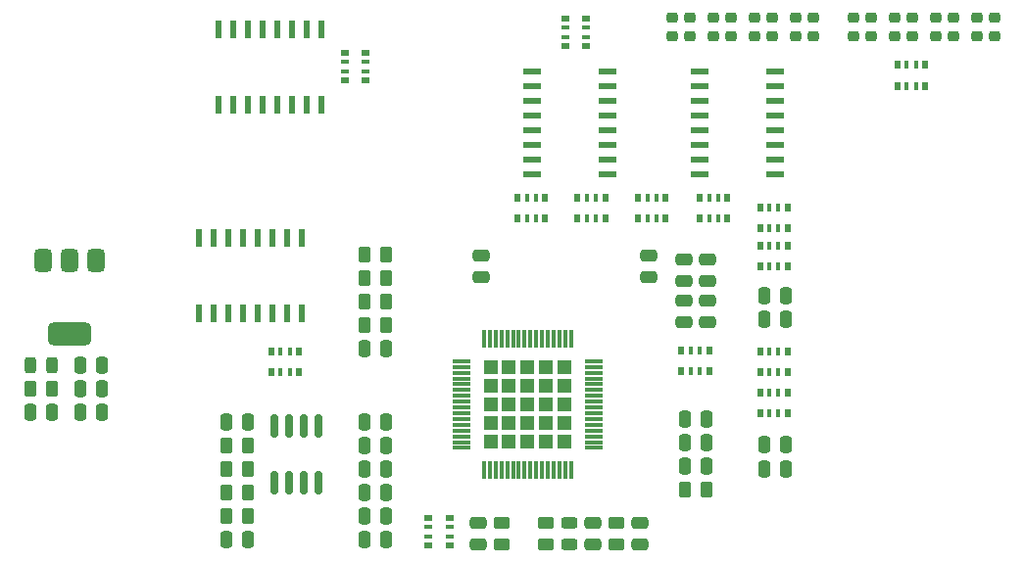
<source format=gbr>
%TF.GenerationSoftware,KiCad,Pcbnew,8.0.5*%
%TF.CreationDate,2024-10-29T23:36:48+01:00*%
%TF.ProjectId,8In-8Out-LAN9252-only,38496e2d-384f-4757-942d-4c414e393235,rev?*%
%TF.SameCoordinates,Original*%
%TF.FileFunction,Paste,Top*%
%TF.FilePolarity,Positive*%
%FSLAX46Y46*%
G04 Gerber Fmt 4.6, Leading zero omitted, Abs format (unit mm)*
G04 Created by KiCad (PCBNEW 8.0.5) date 2024-10-29 23:36:48*
%MOMM*%
%LPD*%
G01*
G04 APERTURE LIST*
G04 Aperture macros list*
%AMRoundRect*
0 Rectangle with rounded corners*
0 $1 Rounding radius*
0 $2 $3 $4 $5 $6 $7 $8 $9 X,Y pos of 4 corners*
0 Add a 4 corners polygon primitive as box body*
4,1,4,$2,$3,$4,$5,$6,$7,$8,$9,$2,$3,0*
0 Add four circle primitives for the rounded corners*
1,1,$1+$1,$2,$3*
1,1,$1+$1,$4,$5*
1,1,$1+$1,$6,$7*
1,1,$1+$1,$8,$9*
0 Add four rect primitives between the rounded corners*
20,1,$1+$1,$2,$3,$4,$5,0*
20,1,$1+$1,$4,$5,$6,$7,0*
20,1,$1+$1,$6,$7,$8,$9,0*
20,1,$1+$1,$8,$9,$2,$3,0*%
G04 Aperture macros list end*
%ADD10RoundRect,0.137500X0.137500X-0.662500X0.137500X0.662500X-0.137500X0.662500X-0.137500X-0.662500X0*%
%ADD11RoundRect,0.218750X-0.256250X0.218750X-0.256250X-0.218750X0.256250X-0.218750X0.256250X0.218750X0*%
%ADD12RoundRect,0.218750X0.256250X-0.218750X0.256250X0.218750X-0.256250X0.218750X-0.256250X-0.218750X0*%
%ADD13RoundRect,0.150000X-0.150000X0.825000X-0.150000X-0.825000X0.150000X-0.825000X0.150000X0.825000X0*%
%ADD14RoundRect,0.250000X-0.262500X-0.450000X0.262500X-0.450000X0.262500X0.450000X-0.262500X0.450000X0*%
%ADD15RoundRect,0.137500X-0.662500X-0.137500X0.662500X-0.137500X0.662500X0.137500X-0.662500X0.137500X0*%
%ADD16RoundRect,0.250000X-0.450000X0.262500X-0.450000X-0.262500X0.450000X-0.262500X0.450000X0.262500X0*%
%ADD17RoundRect,0.250000X-0.475000X0.250000X-0.475000X-0.250000X0.475000X-0.250000X0.475000X0.250000X0*%
%ADD18RoundRect,0.250000X0.475000X-0.250000X0.475000X0.250000X-0.475000X0.250000X-0.475000X-0.250000X0*%
%ADD19R,1.500000X0.300000*%
%ADD20R,0.300000X1.500000*%
%ADD21R,1.240000X1.240000*%
%ADD22RoundRect,0.243750X-0.456250X0.243750X-0.456250X-0.243750X0.456250X-0.243750X0.456250X0.243750X0*%
%ADD23RoundRect,0.250000X0.250000X0.475000X-0.250000X0.475000X-0.250000X-0.475000X0.250000X-0.475000X0*%
%ADD24R,0.500000X0.800000*%
%ADD25R,0.400000X0.800000*%
%ADD26RoundRect,0.250000X-0.250000X-0.475000X0.250000X-0.475000X0.250000X0.475000X-0.250000X0.475000X0*%
%ADD27R,0.800000X0.500000*%
%ADD28R,0.800000X0.400000*%
%ADD29RoundRect,0.250000X0.262500X0.450000X-0.262500X0.450000X-0.262500X-0.450000X0.262500X-0.450000X0*%
%ADD30RoundRect,0.375000X-0.375000X0.625000X-0.375000X-0.625000X0.375000X-0.625000X0.375000X0.625000X0*%
%ADD31RoundRect,0.500000X-1.400000X0.500000X-1.400000X-0.500000X1.400000X-0.500000X1.400000X0.500000X0*%
%ADD32RoundRect,0.243750X-0.243750X-0.456250X0.243750X-0.456250X0.243750X0.456250X-0.243750X0.456250X0*%
%ADD33RoundRect,0.250000X0.450000X-0.262500X0.450000X0.262500X-0.450000X0.262500X-0.450000X-0.262500X0*%
G04 APERTURE END LIST*
D10*
%TO.C,U5*%
X160020000Y-91544000D03*
X161290000Y-91544000D03*
X162560000Y-91544000D03*
X163830000Y-91544000D03*
X165100000Y-91544000D03*
X166370000Y-91544000D03*
X167640000Y-91544000D03*
X168910000Y-91544000D03*
X168910000Y-98044000D03*
X167640000Y-98044000D03*
X166370000Y-98044000D03*
X165100000Y-98044000D03*
X163830000Y-98044000D03*
X162560000Y-98044000D03*
X161290000Y-98044000D03*
X160020000Y-98044000D03*
%TD*%
D11*
%TO.C,D15*%
X202439400Y-72491500D03*
X202439400Y-74066500D03*
%TD*%
D12*
%TO.C,D4*%
X223647000Y-74066500D03*
X223647000Y-72491500D03*
%TD*%
D13*
%TO.C,U6*%
X170307000Y-107761000D03*
X169037000Y-107761000D03*
X167767000Y-107761000D03*
X166497000Y-107761000D03*
X166497000Y-112711000D03*
X167767000Y-112711000D03*
X169037000Y-112711000D03*
X170307000Y-112711000D03*
%TD*%
D14*
%TO.C,R13*%
X145457500Y-104520300D03*
X147282500Y-104520300D03*
%TD*%
%TO.C,R11*%
X162409500Y-113538000D03*
X164234500Y-113538000D03*
%TD*%
D15*
%TO.C,U2*%
X188774000Y-77089000D03*
X188774000Y-78359000D03*
X188774000Y-79629000D03*
X188774000Y-80899000D03*
X188774000Y-82169000D03*
X188774000Y-83439000D03*
X188774000Y-84709000D03*
X188774000Y-85979000D03*
X195274000Y-85979000D03*
X195274000Y-84709000D03*
X195274000Y-83439000D03*
X195274000Y-82169000D03*
X195274000Y-80899000D03*
X195274000Y-79629000D03*
X195274000Y-78359000D03*
X195274000Y-77089000D03*
%TD*%
D16*
%TO.C,R7*%
X196088000Y-116181500D03*
X196088000Y-118006500D03*
%TD*%
D17*
%TO.C,C13*%
X198882000Y-93030000D03*
X198882000Y-94930000D03*
%TD*%
D12*
%TO.C,D14*%
X204471400Y-74066500D03*
X204471400Y-72491500D03*
%TD*%
D11*
%TO.C,D9*%
X213107400Y-72491500D03*
X213107400Y-74066500D03*
%TD*%
D18*
%TO.C,B3*%
X201930000Y-98806000D03*
X201930000Y-96906000D03*
%TD*%
D19*
%TO.C,U3*%
X194092000Y-102168000D03*
X194092000Y-102668000D03*
X194092000Y-103168000D03*
X194092000Y-103668000D03*
X194092000Y-104168000D03*
X194092000Y-104668000D03*
X194092000Y-105168000D03*
X194092000Y-105668000D03*
X194092000Y-106168000D03*
X194092000Y-106668000D03*
X194092000Y-107168000D03*
X194092000Y-107668000D03*
X194092000Y-108168000D03*
X194092000Y-108668000D03*
X194092000Y-109168000D03*
X194092000Y-109668000D03*
D20*
X192142000Y-111618000D03*
X191642000Y-111618000D03*
X191142000Y-111618000D03*
X190642000Y-111618000D03*
X190142000Y-111618000D03*
X189642000Y-111618000D03*
X189142000Y-111618000D03*
X188642000Y-111618000D03*
X188142000Y-111618000D03*
X187642000Y-111618000D03*
X187142000Y-111618000D03*
X186642000Y-111618000D03*
X186142000Y-111618000D03*
X185642000Y-111618000D03*
X185142000Y-111618000D03*
X184642000Y-111618000D03*
D19*
X182692000Y-109668000D03*
X182692000Y-109168000D03*
X182692000Y-108668000D03*
X182692000Y-108168000D03*
X182692000Y-107668000D03*
X182692000Y-107168000D03*
X182692000Y-106668000D03*
X182692000Y-106168000D03*
X182692000Y-105668000D03*
X182692000Y-105168000D03*
X182692000Y-104668000D03*
X182692000Y-104168000D03*
X182692000Y-103668000D03*
X182692000Y-103168000D03*
X182692000Y-102668000D03*
X182692000Y-102168000D03*
D20*
X184642000Y-100218000D03*
X185142000Y-100218000D03*
X185642000Y-100218000D03*
X186142000Y-100218000D03*
X186642000Y-100218000D03*
X187142000Y-100218000D03*
X187642000Y-100218000D03*
X188142000Y-100218000D03*
X188642000Y-100218000D03*
X189142000Y-100218000D03*
X189642000Y-100218000D03*
X190142000Y-100218000D03*
X190642000Y-100218000D03*
X191142000Y-100218000D03*
X191642000Y-100218000D03*
X192142000Y-100218000D03*
D21*
X185192000Y-109118000D03*
X186792000Y-109118000D03*
X188392000Y-109118000D03*
X189992000Y-109118000D03*
X191592000Y-109118000D03*
X185192000Y-107518000D03*
X186792000Y-107518000D03*
X188392000Y-107518000D03*
X189992000Y-107518000D03*
X191592000Y-107518000D03*
X185192000Y-105918000D03*
X186792000Y-105918000D03*
X188392000Y-105918000D03*
X189992000Y-105918000D03*
X191592000Y-105918000D03*
X185192000Y-104318000D03*
X186792000Y-104318000D03*
X188392000Y-104318000D03*
X189992000Y-104318000D03*
X191592000Y-104318000D03*
X185192000Y-102718000D03*
X186792000Y-102718000D03*
X188392000Y-102718000D03*
X189992000Y-102718000D03*
X191592000Y-102718000D03*
%TD*%
D14*
%TO.C,R9*%
X162409500Y-109474000D03*
X164234500Y-109474000D03*
%TD*%
D22*
%TO.C,D16*%
X192024000Y-116156500D03*
X192024000Y-118031500D03*
%TD*%
D23*
%TO.C,C6*%
X176210000Y-111506000D03*
X174310000Y-111506000D03*
%TD*%
D14*
%TO.C,R1*%
X174347500Y-99060000D03*
X176172500Y-99060000D03*
%TD*%
D23*
%TO.C,C3*%
X176210000Y-117602000D03*
X174310000Y-117602000D03*
%TD*%
D17*
%TO.C,C15*%
X198120000Y-116144000D03*
X198120000Y-118044000D03*
%TD*%
D24*
%TO.C,CN4*%
X204076000Y-101208000D03*
D25*
X203276000Y-101208000D03*
X202476000Y-101208000D03*
D24*
X201676000Y-101208000D03*
X201676000Y-103008000D03*
D25*
X202476000Y-103008000D03*
X203276000Y-103008000D03*
D24*
X204076000Y-103008000D03*
%TD*%
D16*
%TO.C,R5*%
X186182000Y-116181500D03*
X186182000Y-118006500D03*
%TD*%
D11*
%TO.C,D1*%
X228727000Y-72491500D03*
X228727000Y-74066500D03*
%TD*%
D18*
%TO.C,C14*%
X201930000Y-95250000D03*
X201930000Y-93350000D03*
%TD*%
D24*
%TO.C,CN2*%
X208477000Y-103135000D03*
D25*
X209277000Y-103135000D03*
X210077000Y-103135000D03*
D24*
X210877000Y-103135000D03*
X210877000Y-101335000D03*
D25*
X210077000Y-101335000D03*
X209277000Y-101335000D03*
D24*
X208477000Y-101335000D03*
%TD*%
%TO.C,RN2*%
X208477000Y-106691000D03*
D25*
X209277000Y-106691000D03*
X210077000Y-106691000D03*
D24*
X210877000Y-106691000D03*
X210877000Y-104891000D03*
D25*
X210077000Y-104891000D03*
X209277000Y-104891000D03*
D24*
X208477000Y-104891000D03*
%TD*%
D26*
%TO.C,C1*%
X208854000Y-96520000D03*
X210754000Y-96520000D03*
%TD*%
D23*
%TO.C,C7*%
X176210000Y-109474000D03*
X174310000Y-109474000D03*
%TD*%
D26*
%TO.C,C19*%
X145420000Y-106552300D03*
X147320000Y-106552300D03*
%TD*%
D27*
%TO.C,RN8*%
X191643000Y-72517000D03*
D28*
X191643000Y-73317000D03*
X191643000Y-74117000D03*
D27*
X191643000Y-74917000D03*
X193443000Y-74917000D03*
D28*
X193443000Y-74117000D03*
X193443000Y-73317000D03*
D27*
X193443000Y-72517000D03*
%TD*%
D23*
%TO.C,C5*%
X176210000Y-113538000D03*
X174310000Y-113538000D03*
%TD*%
D12*
%TO.C,D8*%
X216535000Y-74066500D03*
X216535000Y-72491500D03*
%TD*%
D17*
%TO.C,C10*%
X184404000Y-93030000D03*
X184404000Y-94930000D03*
%TD*%
D11*
%TO.C,D7*%
X218059000Y-72491500D03*
X218059000Y-74066500D03*
%TD*%
D29*
%TO.C,R2*%
X176172500Y-94996000D03*
X174347500Y-94996000D03*
%TD*%
D23*
%TO.C,B5*%
X203896000Y-109220000D03*
X201996000Y-109220000D03*
%TD*%
D14*
%TO.C,R12*%
X162409500Y-115570000D03*
X164234500Y-115570000D03*
%TD*%
D26*
%TO.C,C9*%
X174310000Y-101092000D03*
X176210000Y-101092000D03*
%TD*%
D23*
%TO.C,B6*%
X203896000Y-107188000D03*
X201996000Y-107188000D03*
%TD*%
D27*
%TO.C,CN3*%
X179832000Y-115716000D03*
D28*
X179832000Y-116516000D03*
X179832000Y-117316000D03*
D27*
X179832000Y-118116000D03*
X181632000Y-118116000D03*
D28*
X181632000Y-117316000D03*
X181632000Y-116516000D03*
D27*
X181632000Y-115716000D03*
%TD*%
D23*
%TO.C,C4*%
X176210000Y-115570000D03*
X174310000Y-115570000D03*
%TD*%
D12*
%TO.C,D17*%
X200915400Y-74066500D03*
X200915400Y-72491500D03*
%TD*%
D24*
%TO.C,CN1*%
X208477000Y-90689000D03*
D25*
X209277000Y-90689000D03*
X210077000Y-90689000D03*
D24*
X210877000Y-90689000D03*
X210877000Y-88889000D03*
D25*
X210077000Y-88889000D03*
X209277000Y-88889000D03*
D24*
X208477000Y-88889000D03*
%TD*%
D17*
%TO.C,C12*%
X194056000Y-116144000D03*
X194056000Y-118044000D03*
%TD*%
D26*
%TO.C,B1*%
X208854000Y-98552000D03*
X210754000Y-98552000D03*
%TD*%
D29*
%TO.C,R8*%
X203858500Y-113284000D03*
X202033500Y-113284000D03*
%TD*%
D18*
%TO.C,C16*%
X203962000Y-95250000D03*
X203962000Y-93350000D03*
%TD*%
%TO.C,B7*%
X203962000Y-98806000D03*
X203962000Y-96906000D03*
%TD*%
D24*
%TO.C,RN3*%
X203270000Y-89800000D03*
D25*
X204070000Y-89800000D03*
X204870000Y-89800000D03*
D24*
X205670000Y-89800000D03*
X205670000Y-88000000D03*
D25*
X204870000Y-88000000D03*
X204070000Y-88000000D03*
D24*
X203270000Y-88000000D03*
%TD*%
D23*
%TO.C,C18*%
X164272000Y-107442000D03*
X162372000Y-107442000D03*
%TD*%
D24*
%TO.C,RN7*%
X187522000Y-89800000D03*
D25*
X188322000Y-89800000D03*
X189122000Y-89800000D03*
D24*
X189922000Y-89800000D03*
X189922000Y-88000000D03*
D25*
X189122000Y-88000000D03*
X188322000Y-88000000D03*
D24*
X187522000Y-88000000D03*
%TD*%
D15*
%TO.C,U1*%
X203252000Y-77089000D03*
X203252000Y-78359000D03*
X203252000Y-79629000D03*
X203252000Y-80899000D03*
X203252000Y-82169000D03*
X203252000Y-83439000D03*
X203252000Y-84709000D03*
X203252000Y-85979000D03*
X209752000Y-85979000D03*
X209752000Y-84709000D03*
X209752000Y-83439000D03*
X209752000Y-82169000D03*
X209752000Y-80899000D03*
X209752000Y-79629000D03*
X209752000Y-78359000D03*
X209752000Y-77089000D03*
%TD*%
D29*
%TO.C,R3*%
X176172500Y-97028000D03*
X174347500Y-97028000D03*
%TD*%
D11*
%TO.C,D5*%
X221615000Y-72491500D03*
X221615000Y-74066500D03*
%TD*%
D14*
%TO.C,R10*%
X162409500Y-111506000D03*
X164234500Y-111506000D03*
%TD*%
D30*
%TO.C,U7*%
X151144000Y-93496300D03*
X148844000Y-93496300D03*
D31*
X148844000Y-99796300D03*
D30*
X146544000Y-93496300D03*
%TD*%
D26*
%TO.C,C22*%
X149738000Y-106552300D03*
X151638000Y-106552300D03*
%TD*%
D12*
%TO.C,D12*%
X208027400Y-74066500D03*
X208027400Y-72491500D03*
%TD*%
D26*
%TO.C,B2*%
X208854000Y-111506000D03*
X210754000Y-111506000D03*
%TD*%
%TO.C,C21*%
X149738000Y-104520300D03*
X151638000Y-104520300D03*
%TD*%
D24*
%TO.C,RN4*%
X200336000Y-88000000D03*
D25*
X199536000Y-88000000D03*
X198736000Y-88000000D03*
D24*
X197936000Y-88000000D03*
X197936000Y-89800000D03*
D25*
X198736000Y-89800000D03*
X199536000Y-89800000D03*
D24*
X200336000Y-89800000D03*
%TD*%
D18*
%TO.C,C11*%
X184150000Y-118044000D03*
X184150000Y-116144000D03*
%TD*%
D11*
%TO.C,D11*%
X209551400Y-72491500D03*
X209551400Y-74066500D03*
%TD*%
D24*
%TO.C,RN1*%
X208477000Y-93991000D03*
D25*
X209277000Y-93991000D03*
X210077000Y-93991000D03*
D24*
X210877000Y-93991000D03*
X210877000Y-92191000D03*
D25*
X210077000Y-92191000D03*
X209277000Y-92191000D03*
D24*
X208477000Y-92191000D03*
%TD*%
D12*
%TO.C,D2*%
X227203000Y-74066500D03*
X227203000Y-72491500D03*
%TD*%
%TO.C,D6*%
X220091000Y-74066500D03*
X220091000Y-72491500D03*
%TD*%
D32*
%TO.C,D18*%
X145432500Y-102488300D03*
X147307500Y-102488300D03*
%TD*%
D10*
%TO.C,U4*%
X161671000Y-73458000D03*
X162941000Y-73458000D03*
X164211000Y-73458000D03*
X165481000Y-73458000D03*
X166751000Y-73458000D03*
X168021000Y-73458000D03*
X169291000Y-73458000D03*
X170561000Y-73458000D03*
X170561000Y-79958000D03*
X169291000Y-79958000D03*
X168021000Y-79958000D03*
X166751000Y-79958000D03*
X165481000Y-79958000D03*
X164211000Y-79958000D03*
X162941000Y-79958000D03*
X161671000Y-79958000D03*
%TD*%
D33*
%TO.C,R6*%
X189992000Y-118006500D03*
X189992000Y-116181500D03*
%TD*%
D12*
%TO.C,D10*%
X211583400Y-74066500D03*
X211583400Y-72491500D03*
%TD*%
D26*
%TO.C,C2*%
X208835000Y-109336000D03*
X210735000Y-109336000D03*
%TD*%
D24*
%TO.C,RN10*%
X168656000Y-101324000D03*
D25*
X167856000Y-101324000D03*
X167056000Y-101324000D03*
D24*
X166256000Y-101324000D03*
X166256000Y-103124000D03*
D25*
X167056000Y-103124000D03*
X167856000Y-103124000D03*
D24*
X168656000Y-103124000D03*
%TD*%
D23*
%TO.C,B4*%
X203896000Y-111252000D03*
X201996000Y-111252000D03*
%TD*%
D11*
%TO.C,D13*%
X205995400Y-72491500D03*
X205995400Y-74066500D03*
%TD*%
D29*
%TO.C,R4*%
X176172500Y-92964000D03*
X174347500Y-92964000D03*
%TD*%
D24*
%TO.C,RN5*%
X220358000Y-78359000D03*
D25*
X221158000Y-78359000D03*
X221958000Y-78359000D03*
D24*
X222758000Y-78359000D03*
X222758000Y-76559000D03*
D25*
X221958000Y-76559000D03*
X221158000Y-76559000D03*
D24*
X220358000Y-76559000D03*
%TD*%
D23*
%TO.C,C17*%
X164272000Y-117602000D03*
X162372000Y-117602000D03*
%TD*%
D11*
%TO.C,D3*%
X225171000Y-72491500D03*
X225171000Y-74066500D03*
%TD*%
D23*
%TO.C,C8*%
X176210000Y-107442000D03*
X174310000Y-107442000D03*
%TD*%
D24*
%TO.C,RN6*%
X195110000Y-88000000D03*
D25*
X194310000Y-88000000D03*
X193510000Y-88000000D03*
D24*
X192710000Y-88000000D03*
X192710000Y-89800000D03*
D25*
X193510000Y-89800000D03*
X194310000Y-89800000D03*
D24*
X195110000Y-89800000D03*
%TD*%
D26*
%TO.C,C20*%
X149738000Y-102488300D03*
X151638000Y-102488300D03*
%TD*%
D27*
%TO.C,RN9*%
X172582000Y-75508000D03*
D28*
X172582000Y-76308000D03*
X172582000Y-77108000D03*
D27*
X172582000Y-77908000D03*
X174382000Y-77908000D03*
D28*
X174382000Y-77108000D03*
X174382000Y-76308000D03*
D27*
X174382000Y-75508000D03*
%TD*%
M02*

</source>
